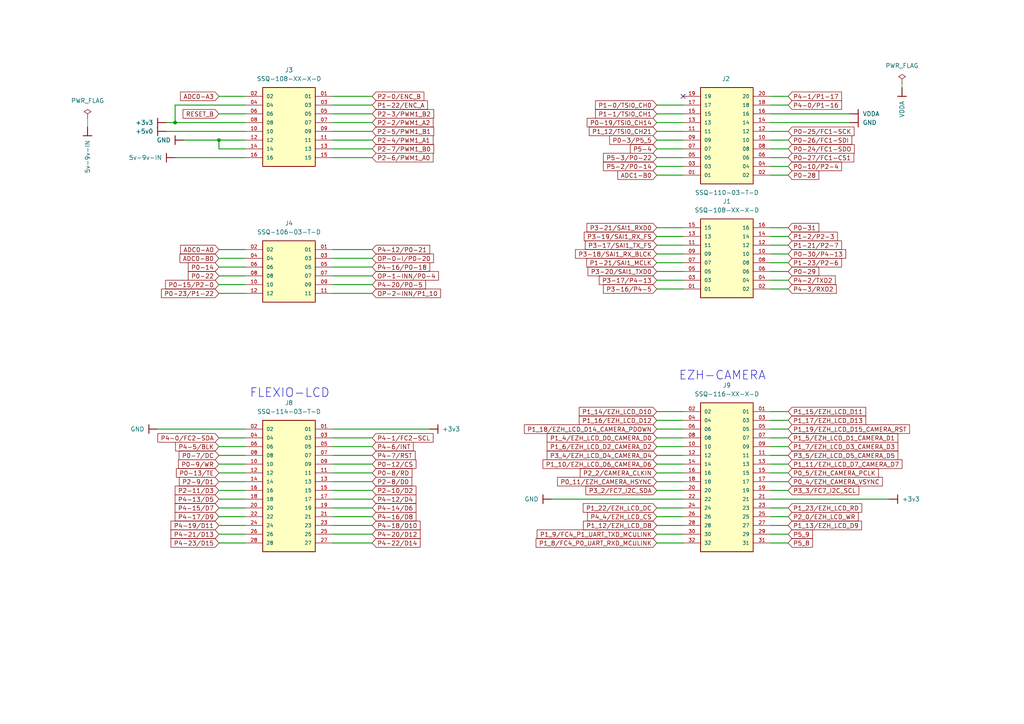
<source format=kicad_sch>
(kicad_sch (version 20231120) (generator "eeschema") (generator_version "8.0")
  (paper "A4")
  (lib_symbols
    (symbol "FRDM-MCXN947__Shield_Template-altium-import:+3v3" (power)
      (property "Reference" "#PWR" (at 0 0 0))
      (property "Value" "+3v3" (at 0 3.81 0))
      (symbol "+3v3_0_0"
        (polyline (pts (xy -1.27 -2.54) (xy 1.27 -2.54)) (stroke (width 0.254)))
        (polyline (pts (xy 0 0) (xy 0 -2.54)) (stroke (width 0.254)))
        (pin power_in line (at 0 0 0) (length 0) hide (name "+3v3") (number ""))
      )
    )
    (symbol "FRDM-MCXN947__Shield_Template-altium-import:+5v0" (power)
      (property "Reference" "#PWR" (at 0 0 0))
      (property "Value" "+5v0" (at 0 3.81 0))
      (symbol "+5v0_0_0"
        (polyline (pts (xy -1.27 -2.54) (xy 1.27 -2.54)) (stroke (width 0.254)))
        (polyline (pts (xy 0 0) (xy 0 -2.54)) (stroke (width 0.254)))
        (pin power_in line (at 0 0 0) (length 0) hide (name "+5v0") (number ""))
      )
    )
    (symbol "FRDM-MCXN947__Shield_Template-altium-import:5v-9v-IN" (power)
      (property "Reference" "#PWR" (at 0 0 0))
      (property "Value" "5v-9v-IN" (at 0 3.81 0))
      (symbol "5v-9v-IN_0_0"
        (polyline (pts (xy -1.27 -2.54) (xy 1.27 -2.54)) (stroke (width 0.254)))
        (polyline (pts (xy 0 0) (xy 0 -2.54)) (stroke (width 0.254)))
        (pin power_in line (at 0 0 0) (length 0) hide (name "5v-9v-IN") (number ""))
      )
    )
    (symbol "FRDM-MCXN947__Shield_Template-altium-import:GND" (power)
      (property "Reference" "#PWR" (at 0 0 0))
      (property "Value" "GND" (at 0 3.81 0))
      (symbol "GND_0_0"
        (polyline (pts (xy -1.27 -2.54) (xy 1.27 -2.54)) (stroke (width 0.254)))
        (polyline (pts (xy 0 0) (xy 0 -2.54)) (stroke (width 0.254)))
        (pin power_in line (at 0 0 0) (length 0) hide (name "GND") (number ""))
      )
    )
    (symbol "FRDM-MCXN947__Shield_Template-altium-import:VDDA" (power)
      (property "Reference" "#PWR" (at 0 0 0))
      (property "Value" "VDDA" (at 0 3.81 0))
      (symbol "VDDA_0_0"
        (polyline (pts (xy -1.27 -2.54) (xy 1.27 -2.54)) (stroke (width 0.254)))
        (polyline (pts (xy 0 0) (xy 0 -2.54)) (stroke (width 0.254)))
        (pin power_in line (at 0 0 0) (length 0) hide (name "VDDA") (number ""))
      )
    )
    (symbol "SSQ-xxx-03-T-D:SSQ-106-03-T-D" (pin_names (offset 1.016))
      (property "Reference" "J" (at -8.12 10.16 0))
      (property "Value" "SSQ-106-03-T-D" (at -7.62 -10.16 0))
      (symbol "SSQ-106-03-T-D_0_0"
        (rectangle (start -7.62 -7.62) (end 7.62 10.16) (stroke (width 0.254)) (fill (type background)))
        (pin passive line (at -12.7 7.62 0) (length 5.08) (name "01") (number "01"))
        (pin passive line (at 12.7 7.62 180) (length 5.08) (name "02") (number "02"))
        (pin passive line (at -12.7 5.08 0) (length 5.08) (name "03") (number "03"))
        (pin passive line (at 12.7 5.08 180) (length 5.08) (name "04") (number "04"))
        (pin passive line (at -12.7 2.54 0) (length 5.08) (name "05") (number "05"))
        (pin passive line (at 12.7 2.54 180) (length 5.08) (name "06") (number "06"))
        (pin passive line (at -12.7 0 0) (length 5.08) (name "07") (number "07"))
        (pin passive line (at 12.7 0 180) (length 5.08) (name "08") (number "08"))
        (pin passive line (at -12.7 -2.54 0) (length 5.08) (name "09") (number "09"))
        (pin passive line (at 12.7 -2.54 180) (length 5.08) (name "10") (number "10"))
        (pin passive line (at -12.7 -5.08 0) (length 5.08) (name "11") (number "11"))
        (pin passive line (at 12.7 -5.08 180) (length 5.08) (name "12") (number "12"))
      )
    )
    (symbol "SSQ-xxx-03-T-D:SSQ-108-XX-X-D" (pin_names (offset 1.016))
      (property "Reference" "J" (at -7.62 10.922 0))
      (property "Value" "SSQ-108-XX-X-D" (at -7.62 -13.462 0))
      (symbol "SSQ-108-XX-X-D_0_0"
        (rectangle (start -7.62 -12.7) (end 7.62 10.16) (stroke (width 0.254)) (fill (type background)))
        (pin passive line (at -12.7 7.62 0) (length 5.08) (name "01") (number "01"))
        (pin passive line (at 12.7 7.62 180) (length 5.08) (name "02") (number "02"))
        (pin passive line (at -12.7 5.08 0) (length 5.08) (name "03") (number "03"))
        (pin passive line (at 12.7 5.08 180) (length 5.08) (name "04") (number "04"))
        (pin passive line (at -12.7 2.54 0) (length 5.08) (name "05") (number "05"))
        (pin passive line (at 12.7 2.54 180) (length 5.08) (name "06") (number "06"))
        (pin passive line (at -12.7 0 0) (length 5.08) (name "07") (number "07"))
        (pin passive line (at 12.7 0 180) (length 5.08) (name "08") (number "08"))
        (pin passive line (at -12.7 -2.54 0) (length 5.08) (name "09") (number "09"))
        (pin passive line (at 12.7 -2.54 180) (length 5.08) (name "10") (number "10"))
        (pin passive line (at -12.7 -5.08 0) (length 5.08) (name "11") (number "11"))
        (pin passive line (at 12.7 -5.08 180) (length 5.08) (name "12") (number "12"))
        (pin passive line (at -12.7 -7.62 0) (length 5.08) (name "13") (number "13"))
        (pin passive line (at 12.7 -7.62 180) (length 5.08) (name "14") (number "14"))
        (pin passive line (at -12.7 -10.16 0) (length 5.08) (name "15") (number "15"))
        (pin passive line (at 12.7 -10.16 180) (length 5.08) (name "16") (number "16"))
      )
    )
    (symbol "SSQ-xxx-03-T-D:SSQ-110-03-T-D" (pin_names (offset 1.016))
      (property "Reference" "J" (at -8.12 15.24 0))
      (property "Value" "SSQ-110-03-T-D" (at -7.62 -15.24 0))
      (symbol "SSQ-110-03-T-D_0_0"
        (rectangle (start -7.62 -12.7) (end 7.62 15.24) (stroke (width 0.254)) (fill (type background)))
        (pin passive line (at -12.7 12.7 0) (length 5.08) (name "01") (number "01"))
        (pin passive line (at 12.7 12.7 180) (length 5.08) (name "02") (number "02"))
        (pin passive line (at -12.7 10.16 0) (length 5.08) (name "03") (number "03"))
        (pin passive line (at 12.7 10.16 180) (length 5.08) (name "04") (number "04"))
        (pin passive line (at -12.7 7.62 0) (length 5.08) (name "05") (number "05"))
        (pin passive line (at 12.7 7.62 180) (length 5.08) (name "06") (number "06"))
        (pin passive line (at -12.7 5.08 0) (length 5.08) (name "07") (number "07"))
        (pin passive line (at 12.7 5.08 180) (length 5.08) (name "08") (number "08"))
        (pin passive line (at -12.7 2.54 0) (length 5.08) (name "09") (number "09"))
        (pin passive line (at 12.7 2.54 180) (length 5.08) (name "10") (number "10"))
        (pin passive line (at -12.7 0 0) (length 5.08) (name "11") (number "11"))
        (pin passive line (at 12.7 0 180) (length 5.08) (name "12") (number "12"))
        (pin passive line (at -12.7 -2.54 0) (length 5.08) (name "13") (number "13"))
        (pin passive line (at 12.7 -2.54 180) (length 5.08) (name "14") (number "14"))
        (pin passive line (at -12.7 -5.08 0) (length 5.08) (name "15") (number "15"))
        (pin passive line (at 12.7 -5.08 180) (length 5.08) (name "16") (number "16"))
        (pin passive line (at -12.7 -7.62 0) (length 5.08) (name "17") (number "17"))
        (pin passive line (at 12.7 -7.62 180) (length 5.08) (name "18") (number "18"))
        (pin passive line (at -12.7 -10.16 0) (length 5.08) (name "19") (number "19"))
        (pin passive line (at 12.7 -10.16 180) (length 5.08) (name "20") (number "20"))
      )
    )
    (symbol "SSQ-xxx-03-T-D:SSQ-114-03-T-D" (pin_names (offset 1.016))
      (property "Reference" "J" (at -8.12 20.32 0))
      (property "Value" "SSQ-114-03-T-D" (at -7.62 -20.32 0))
      (symbol "SSQ-114-03-T-D_0_0"
        (rectangle (start -7.62 -17.78) (end 7.62 20.32) (stroke (width 0.254)) (fill (type background)))
        (pin passive line (at -12.7 17.78 0) (length 5.08) (name "01") (number "01"))
        (pin passive line (at 12.7 17.78 180) (length 5.08) (name "02") (number "02"))
        (pin passive line (at -12.7 15.24 0) (length 5.08) (name "03") (number "03"))
        (pin passive line (at 12.7 15.24 180) (length 5.08) (name "04") (number "04"))
        (pin passive line (at -12.7 12.7 0) (length 5.08) (name "05") (number "05"))
        (pin passive line (at 12.7 12.7 180) (length 5.08) (name "06") (number "06"))
        (pin passive line (at -12.7 10.16 0) (length 5.08) (name "07") (number "07"))
        (pin passive line (at 12.7 10.16 180) (length 5.08) (name "08") (number "08"))
        (pin passive line (at -12.7 7.62 0) (length 5.08) (name "09") (number "09"))
        (pin passive line (at 12.7 7.62 180) (length 5.08) (name "10") (number "10"))
        (pin passive line (at -12.7 5.08 0) (length 5.08) (name "11") (number "11"))
        (pin passive line (at 12.7 5.08 180) (length 5.08) (name "12") (number "12"))
        (pin passive line (at -12.7 2.54 0) (length 5.08) (name "13") (number "13"))
        (pin passive line (at 12.7 2.54 180) (length 5.08) (name "14") (number "14"))
        (pin passive line (at -12.7 0 0) (length 5.08) (name "15") (number "15"))
        (pin passive line (at 12.7 0 180) (length 5.08) (name "16") (number "16"))
        (pin passive line (at -12.7 -2.54 0) (length 5.08) (name "17") (number "17"))
        (pin passive line (at 12.7 -2.54 180) (length 5.08) (name "18") (number "18"))
        (pin passive line (at -12.7 -5.08 0) (length 5.08) (name "19") (number "19"))
        (pin passive line (at 12.7 -5.08 180) (length 5.08) (name "20") (number "20"))
        (pin passive line (at -12.7 -7.62 0) (length 5.08) (name "21") (number "21"))
        (pin passive line (at 12.7 -7.62 180) (length 5.08) (name "22") (number "22"))
        (pin passive line (at -12.7 -10.16 0) (length 5.08) (name "23") (number "23"))
        (pin passive line (at 12.7 -10.16 180) (length 5.08) (name "24") (number "24"))
        (pin passive line (at -12.7 -12.7 0) (length 5.08) (name "25") (number "25"))
        (pin passive line (at 12.7 -12.7 180) (length 5.08) (name "26") (number "26"))
        (pin passive line (at -12.7 -15.24 0) (length 5.08) (name "27") (number "27"))
        (pin passive line (at 12.7 -15.24 180) (length 5.08) (name "28") (number "28"))
      )
    )
    (symbol "SSQ-xxx-03-T-D:SSQ-116-XX-X-D" (pin_names (offset 1.016))
      (property "Reference" "J" (at -7.62 21.082 0))
      (property "Value" "SSQ-116-XX-X-D" (at -7.62 -23.622 0))
      (symbol "SSQ-116-XX-X-D_0_0"
        (rectangle (start -7.62 -22.86) (end 7.62 20.32) (stroke (width 0.254)) (fill (type background)))
        (pin passive line (at -12.7 17.78 0) (length 5.08) (name "01") (number "01"))
        (pin passive line (at 12.7 17.78 180) (length 5.08) (name "02") (number "02"))
        (pin passive line (at -12.7 15.24 0) (length 5.08) (name "03") (number "03"))
        (pin passive line (at 12.7 15.24 180) (length 5.08) (name "04") (number "04"))
        (pin passive line (at -12.7 12.7 0) (length 5.08) (name "05") (number "05"))
        (pin passive line (at 12.7 12.7 180) (length 5.08) (name "06") (number "06"))
        (pin passive line (at -12.7 10.16 0) (length 5.08) (name "07") (number "07"))
        (pin passive line (at 12.7 10.16 180) (length 5.08) (name "08") (number "08"))
        (pin passive line (at -12.7 7.62 0) (length 5.08) (name "09") (number "09"))
        (pin passive line (at 12.7 7.62 180) (length 5.08) (name "10") (number "10"))
        (pin passive line (at -12.7 5.08 0) (length 5.08) (name "11") (number "11"))
        (pin passive line (at 12.7 5.08 180) (length 5.08) (name "12") (number "12"))
        (pin passive line (at -12.7 2.54 0) (length 5.08) (name "13") (number "13"))
        (pin passive line (at 12.7 2.54 180) (length 5.08) (name "14") (number "14"))
        (pin passive line (at -12.7 0 0) (length 5.08) (name "15") (number "15"))
        (pin passive line (at 12.7 0 180) (length 5.08) (name "16") (number "16"))
        (pin passive line (at -12.7 -2.54 0) (length 5.08) (name "17") (number "17"))
        (pin passive line (at 12.7 -2.54 180) (length 5.08) (name "18") (number "18"))
        (pin passive line (at -12.7 -5.08 0) (length 5.08) (name "19") (number "19"))
        (pin passive line (at 12.7 -5.08 180) (length 5.08) (name "20") (number "20"))
        (pin passive line (at -12.7 -7.62 0) (length 5.08) (name "21") (number "21"))
        (pin passive line (at 12.7 -7.62 180) (length 5.08) (name "22") (number "22"))
        (pin passive line (at -12.7 -10.16 0) (length 5.08) (name "23") (number "23"))
        (pin passive line (at 12.7 -10.16 180) (length 5.08) (name "24") (number "24"))
        (pin passive line (at -12.7 -12.7 0) (length 5.08) (name "25") (number "25"))
        (pin passive line (at 12.7 -12.7 180) (length 5.08) (name "26") (number "26"))
        (pin passive line (at -12.7 -15.24 0) (length 5.08) (name "27") (number "27"))
        (pin passive line (at 12.7 -15.24 180) (length 5.08) (name "28") (number "28"))
        (pin passive line (at -12.7 -17.78 0) (length 5.08) (name "29") (number "29"))
        (pin passive line (at 12.7 -17.78 180) (length 5.08) (name "30") (number "30"))
        (pin passive line (at -12.7 -20.32 0) (length 5.08) (name "31") (number "31"))
        (pin passive line (at 12.7 -20.32 180) (length 5.08) (name "32") (number "32"))
      )
    )
    (symbol "power:PWR_FLAG" (power) (pin_numbers hide) (pin_names (offset 0) hide)
      (property "Value" "PWR_FLAG" (at 0 3.81 0))
      (symbol "PWR_FLAG_0_0"
        (pin power_out line (at 0 0 90) (length 0) (name "~") (number "1"))
      )
      (symbol "PWR_FLAG_0_1"
        (polyline (pts (xy 0 0) (xy 0 1.27) (xy -1.016 1.905) (xy 0 2.54) (xy 1.016 1.905) (xy 0 1.27)))
      )
    )
  )
  (junction (at 50.8 35.56))
  (junction (at 63.5 40.64))
  (no_connect (at 198.12 27.94))
  (wire (pts (xy 190.5 45.72) (xy 198.12 45.72)) (stroke (width 0.254)))
  (wire (pts (xy 223.52 33.02) (xy 246.38 33.02)) (stroke (width 0.254)))
  (wire (pts (xy 223.52 144.78) (xy 257.81 144.78)) (stroke (width 0.254)))
  (wire (pts (xy 190.5 157.48) (xy 198.12 157.48)) (stroke (width 0.254)))
  (wire (pts (xy 190.5 147.32) (xy 198.12 147.32)) (stroke (width 0.254)))
  (wire (pts (xy 71.12 33.02) (xy 63.5 33.02)) (stroke (width 0.254)))
  (wire (pts (xy 63.5 147.32) (xy 71.12 147.32)) (stroke (width 0.254)))
  (wire (pts (xy 71.12 74.93) (xy 63.5 74.93)) (stroke (width 0.254)))
  (wire (pts (xy 223.52 129.54) (xy 228.6 129.54)) (stroke (width 0.254)))
  (wire (pts (xy 190.5 121.92) (xy 198.12 121.92)) (stroke (width 0.254)))
  (wire (pts (xy 71.12 124.46) (xy 45.72 124.46)) (stroke (width 0.254)))
  (wire (pts (xy 223.52 147.32) (xy 228.6 147.32)) (stroke (width 0.254)))
  (wire (pts (xy 71.12 35.56) (xy 50.8 35.56)) (stroke (width 0.254)))
  (wire (pts (xy 96.52 30.48) (xy 107.95 30.48)) (stroke (width 0.254)))
  (wire (pts (xy 63.5 134.62) (xy 71.12 134.62)) (stroke (width 0.254)))
  (wire (pts (xy 190.5 81.28) (xy 198.12 81.28)) (stroke (width 0.254)))
  (wire (pts (xy 96.52 124.46) (xy 124.46 124.46)) (stroke (width 0.254)))
  (wire (pts (xy 96.52 85.09) (xy 107.95 85.09)) (stroke (width 0.254)))
  (wire (pts (xy 223.52 48.26) (xy 228.6 48.26)) (stroke (width 0.254)))
  (wire (pts (xy 190.5 48.26) (xy 198.12 48.26)) (stroke (width 0.254)))
  (wire (pts (xy 96.52 129.54) (xy 107.95 129.54)) (stroke (width 0.254)))
  (wire (pts (xy 96.52 40.64) (xy 107.95 40.64)) (stroke (width 0.254)))
  (wire (pts (xy 190.5 76.2) (xy 198.12 76.2)) (stroke (width 0.254)))
  (wire (pts (xy 96.52 132.08) (xy 107.95 132.08)) (stroke (width 0.254)))
  (wire (pts (xy 96.52 38.1) (xy 107.95 38.1)) (stroke (width 0.254)))
  (wire (pts (xy 190.5 134.62) (xy 198.12 134.62)) (stroke (width 0.254)))
  (wire (pts (xy 71.12 80.01) (xy 63.5 80.01)) (stroke (width 0.254)))
  (wire (pts (xy 223.52 124.46) (xy 228.6 124.46)) (stroke (width 0.254)))
  (wire (pts (xy 96.52 142.24) (xy 107.95 142.24)) (stroke (width 0.254)))
  (wire (pts (xy 190.5 142.24) (xy 198.12 142.24)) (stroke (width 0.254)))
  (wire (pts (xy 71.12 72.39) (xy 63.5 72.39)) (stroke (width 0.254)))
  (wire (pts (xy 96.52 43.18) (xy 107.95 43.18)) (stroke (width 0.254)))
  (wire (pts (xy 63.5 40.64) (xy 53.34 40.64)) (stroke (width 0.254)))
  (wire (pts (xy 223.52 38.1) (xy 228.6 38.1)) (stroke (width 0.254)))
  (wire (pts (xy 71.12 30.48) (xy 50.8 30.48)) (stroke (width 0.254)))
  (wire (pts (xy 96.52 137.16) (xy 107.95 137.16)) (stroke (width 0.254)))
  (wire (pts (xy 71.12 85.09) (xy 63.5 85.09)) (stroke (width 0.254)))
  (wire (pts (xy 223.52 142.24) (xy 228.6 142.24)) (stroke (width 0.254)))
  (wire (pts (xy 190.5 124.46) (xy 198.12 124.46)) (stroke (width 0.254)))
  (wire (pts (xy 223.52 127) (xy 228.6 127)) (stroke (width 0.254)))
  (wire (pts (xy 223.52 68.58) (xy 228.6 68.58)) (stroke (width 0.254)))
  (wire (pts (xy 190.5 33.02) (xy 198.12 33.02)) (stroke (width 0.254)))
  (wire (pts (xy 223.52 149.86) (xy 228.6 149.86)) (stroke (width 0.254)))
  (wire (pts (xy 96.52 35.56) (xy 107.95 35.56)) (stroke (width 0.254)))
  (wire (pts (xy 160.02 144.78) (xy 198.12 144.78)) (stroke (width 0.254)))
  (wire (pts (xy 223.52 134.62) (xy 228.6 134.62)) (stroke (width 0.254)))
  (wire (pts (xy 261.62 24.13) (xy 261.62 25.4)))
  (wire (pts (xy 63.5 149.86) (xy 71.12 149.86)) (stroke (width 0.254)))
  (wire (pts (xy 223.52 78.74) (xy 228.6 78.74)) (stroke (width 0.254)))
  (wire (pts (xy 96.52 74.93) (xy 107.95 74.93)) (stroke (width 0.254)))
  (wire (pts (xy 223.52 132.08) (xy 228.6 132.08)) (stroke (width 0.254)))
  (wire (pts (xy 223.52 43.18) (xy 228.6 43.18)) (stroke (width 0.254)))
  (wire (pts (xy 223.52 76.2) (xy 228.6 76.2)) (stroke (width 0.254)))
  (wire (pts (xy 63.5 132.08) (xy 71.12 132.08)) (stroke (width 0.254)))
  (wire (pts (xy 71.12 77.47) (xy 63.5 77.47)) (stroke (width 0.254)))
  (wire (pts (xy 190.5 38.1) (xy 198.12 38.1)) (stroke (width 0.254)))
  (wire (pts (xy 63.5 129.54) (xy 71.12 129.54)) (stroke (width 0.254)))
  (wire (pts (xy 190.5 68.58) (xy 198.12 68.58)) (stroke (width 0.254)))
  (wire (pts (xy 190.5 149.86) (xy 198.12 149.86)) (stroke (width 0.254)))
  (wire (pts (xy 71.12 40.64) (xy 63.5 40.64)) (stroke (width 0.254)))
  (wire (pts (xy 223.52 121.92) (xy 228.6 121.92)) (stroke (width 0.254)))
  (wire (pts (xy 63.5 142.24) (xy 71.12 142.24)) (stroke (width 0.254)))
  (wire (pts (xy 190.5 132.08) (xy 198.12 132.08)) (stroke (width 0.254)))
  (wire (pts (xy 63.5 139.7) (xy 71.12 139.7)) (stroke (width 0.254)))
  (wire (pts (xy 223.52 73.66) (xy 228.6 73.66)) (stroke (width 0.254)))
  (wire (pts (xy 223.52 154.94) (xy 228.6 154.94)) (stroke (width 0.254)))
  (wire (pts (xy 63.5 157.48) (xy 71.12 157.48)) (stroke (width 0.254)))
  (wire (pts (xy 96.52 45.72) (xy 107.95 45.72)) (stroke (width 0.254)))
  (wire (pts (xy 223.52 66.04) (xy 228.6 66.04)) (stroke (width 0.254)))
  (wire (pts (xy 63.5 127) (xy 71.12 127)) (stroke (width 0.254)))
  (wire (pts (xy 63.5 43.18) (xy 63.5 40.64)) (stroke (width 0.254)))
  (wire (pts (xy 223.52 30.48) (xy 228.6 30.48)) (stroke (width 0.254)))
  (wire (pts (xy 223.52 40.64) (xy 228.6 40.64)) (stroke (width 0.254)))
  (wire (pts (xy 96.52 154.94) (xy 107.95 154.94)) (stroke (width 0.254)))
  (wire (pts (xy 223.52 139.7) (xy 228.6 139.7)) (stroke (width 0.254)))
  (wire (pts (xy 190.5 66.04) (xy 198.12 66.04)) (stroke (width 0.254)))
  (wire (pts (xy 223.52 83.82) (xy 228.6 83.82)) (stroke (width 0.254)))
  (wire (pts (xy 96.52 152.4) (xy 107.95 152.4)) (stroke (width 0.254)))
  (wire (pts (xy 63.5 144.78) (xy 71.12 144.78)) (stroke (width 0.254)))
  (wire (pts (xy 223.52 35.56) (xy 246.38 35.56)) (stroke (width 0.254)))
  (wire (pts (xy 71.12 27.94) (xy 63.5 27.94)) (stroke (width 0.254)))
  (wire (pts (xy 190.5 83.82) (xy 198.12 83.82)) (stroke (width 0.254)))
  (wire (pts (xy 190.5 139.7) (xy 198.12 139.7)) (stroke (width 0.254)))
  (wire (pts (xy 223.52 45.72) (xy 228.6 45.72)) (stroke (width 0.254)))
  (wire (pts (xy 190.5 71.12) (xy 198.12 71.12)) (stroke (width 0.254)))
  (wire (pts (xy 223.52 50.8) (xy 228.6 50.8)) (stroke (width 0.254)))
  (wire (pts (xy 96.52 77.47) (xy 107.95 77.47)) (stroke (width 0.254)))
  (wire (pts (xy 190.5 50.8) (xy 198.12 50.8)) (stroke (width 0.254)))
  (wire (pts (xy 96.52 27.94) (xy 107.95 27.94)) (stroke (width 0.254)))
  (wire (pts (xy 190.5 137.16) (xy 198.12 137.16)) (stroke (width 0.254)))
  (wire (pts (xy 223.52 152.4) (xy 228.6 152.4)) (stroke (width 0.254)))
  (wire (pts (xy 223.52 81.28) (xy 228.6 81.28)) (stroke (width 0.254)))
  (wire (pts (xy 50.8 30.48) (xy 50.8 35.56)) (stroke (width 0.254)))
  (wire (pts (xy 190.5 154.94) (xy 198.12 154.94)) (stroke (width 0.254)))
  (wire (pts (xy 71.12 43.18) (xy 63.5 43.18)) (stroke (width 0.254)))
  (wire (pts (xy 48.26 38.1) (xy 71.12 38.1)) (stroke (width 0.254)))
  (wire (pts (xy 190.5 43.18) (xy 198.12 43.18)) (stroke (width 0.254)))
  (wire (pts (xy 96.52 139.7) (xy 107.95 139.7)) (stroke (width 0.254)))
  (wire (pts (xy 25.4 34.29) (xy 25.4 36.83)))
  (wire (pts (xy 190.5 40.64) (xy 198.12 40.64)) (stroke (width 0.254)))
  (wire (pts (xy 190.5 127) (xy 198.12 127)) (stroke (width 0.254)))
  (wire (pts (xy 223.52 157.48) (xy 228.6 157.48)) (stroke (width 0.254)))
  (wire (pts (xy 96.52 149.86) (xy 107.95 149.86)) (stroke (width 0.254)))
  (wire (pts (xy 50.8 35.56) (xy 48.26 35.56)) (stroke (width 0.254)))
  (wire (pts (xy 96.52 33.02) (xy 107.95 33.02)) (stroke (width 0.254)))
  (wire (pts (xy 63.5 152.4) (xy 71.12 152.4)) (stroke (width 0.254)))
  (wire (pts (xy 190.5 30.48) (xy 198.12 30.48)) (stroke (width 0.254)))
  (wire (pts (xy 71.12 82.55) (xy 63.5 82.55)) (stroke (width 0.254)))
  (wire (pts (xy 96.52 72.39) (xy 107.95 72.39)) (stroke (width 0.254)))
  (wire (pts (xy 96.52 157.48) (xy 107.95 157.48)) (stroke (width 0.254)))
  (wire (pts (xy 190.5 119.38) (xy 198.12 119.38)) (stroke (width 0.254)))
  (wire (pts (xy 223.52 137.16) (xy 228.6 137.16)) (stroke (width 0.254)))
  (wire (pts (xy 96.52 82.55) (xy 107.95 82.55)) (stroke (width 0.254)))
  (wire (pts (xy 71.12 45.72) (xy 50.8 45.72)) (stroke (width 0.254)))
  (wire (pts (xy 223.52 71.12) (xy 228.6 71.12)) (stroke (width 0.254)))
  (wire (pts (xy 63.5 154.94) (xy 71.12 154.94)) (stroke (width 0.254)))
  (wire (pts (xy 96.52 147.32) (xy 107.95 147.32)) (stroke (width 0.254)))
  (wire (pts (xy 96.52 144.78) (xy 107.95 144.78)) (stroke (width 0.254)))
  (wire (pts (xy 223.52 27.94) (xy 228.6 27.94)) (stroke (width 0.254)))
  (wire (pts (xy 96.52 134.62) (xy 107.95 134.62)) (stroke (width 0.254)))
  (wire (pts (xy 96.52 80.01) (xy 107.95 80.01)) (stroke (width 0.254)))
  (wire (pts (xy 223.52 119.38) (xy 228.6 119.38)) (stroke (width 0.254)))
  (wire (pts (xy 190.5 73.66) (xy 198.12 73.66)) (stroke (width 0.254)))
  (wire (pts (xy 63.5 137.16) (xy 71.12 137.16)) (stroke (width 0.254)))
  (wire (pts (xy 190.5 129.54) (xy 198.12 129.54)) (stroke (width 0.254)))
  (wire (pts (xy 190.5 78.74) (xy 198.12 78.74)) (stroke (width 0.254)))
  (wire (pts (xy 96.52 127) (xy 107.95 127)) (stroke (width 0.254)))
  (wire (pts (xy 190.5 35.56) (xy 198.12 35.56)) (stroke (width 0.254)))
  (wire (pts (xy 190.5 152.4) (xy 198.12 152.4)) (stroke (width 0.254)))
  (text "FLEXIO-LCD" (at 72.39 115.57 0) (effects (font (size 2.54 2.54)) (justify left bottom)))
  (text "EZH-CAMERA" (at 196.85 110.49 0) (effects (font (size 2.54 2.54)) (justify left bottom)))
  (global_label "P4-14{slash}D6" (shape input) (at 107.95 147.32 0) (property "Intersheetrefs" "${INTERSHEET_REFS}" (effects (hide yes))))
  (global_label "P4-23{slash}D15" (shape input) (at 63.5 157.48 180) (property "Intersheetrefs" "${INTERSHEET_REFS}" (effects (hide yes))))
  (global_label "P2_2{slash}CAMERA_CLKIN" (shape input) (at 190.5 137.16 180) (property "Intersheetrefs" "${INTERSHEET_REFS}" (effects (hide yes))))
  (global_label "P0-3{slash}P5_5" (shape input) (at 190.5 40.64 180) (property "Intersheetrefs" "${INTERSHEET_REFS}" (effects (hide yes))))
  (global_label "P0-24{slash}FC1-SDO" (shape input) (at 228.6 43.18 0) (property "Intersheetrefs" "${INTERSHEET_REFS}" (effects (hide yes))))
  (global_label "P1_5{slash}EZH_LCD_D1_CAMERA_D1" (shape input) (at 228.6 127 0) (property "Intersheetrefs" "${INTERSHEET_REFS}" (effects (hide yes))))
  (global_label "P4-5{slash}BLK" (shape input) (at 63.5 129.54 180) (property "Intersheetrefs" "${INTERSHEET_REFS}" (effects (hide yes))))
  (global_label "P0-25{slash}FC1-SCK" (shape input) (at 228.6 38.1 0) (property "Intersheetrefs" "${INTERSHEET_REFS}" (effects (hide yes))))
  (global_label "P0-30{slash}P4-13" (shape input) (at 228.6 73.66 0) (property "Intersheetrefs" "${INTERSHEET_REFS}" (effects (hide yes))))
  (global_label "P1_8{slash}FC4_P0_UART_RXD_MCULINK" (shape input) (at 190.5 157.48 180) (property "Intersheetrefs" "${INTERSHEET_REFS}" (effects (hide yes))))
  (global_label "P1_17{slash}EZH_LCD_D13" (shape input) (at 228.6 121.92 0) (property "Intersheetrefs" "${INTERSHEET_REFS}" (effects (hide yes))))
  (global_label "P4_4{slash}EZH_LCD_CS" (shape input) (at 190.5 149.86 180) (property "Intersheetrefs" "${INTERSHEET_REFS}" (effects (hide yes))))
  (global_label "P0_11{slash}EZH_CAMERA_HSYNC" (shape input) (at 190.5 139.7 180) (property "Intersheetrefs" "${INTERSHEET_REFS}" (effects (hide yes))))
  (global_label "P2-10{slash}D2" (shape input) (at 107.95 142.24 0) (property "Intersheetrefs" "${INTERSHEET_REFS}" (effects (hide yes))))
  (global_label "P4-12{slash}P0-21" (shape input) (at 107.95 72.39 0) (property "Intersheetrefs" "${INTERSHEET_REFS}" (effects (hide yes))))
  (global_label "P4-22{slash}D14" (shape input) (at 107.95 157.48 0) (property "Intersheetrefs" "${INTERSHEET_REFS}" (effects (hide yes))))
  (global_label "P4-19{slash}D11" (shape input) (at 63.5 152.4 180) (property "Intersheetrefs" "${INTERSHEET_REFS}" (effects (hide yes))))
  (global_label "P0-12{slash}CS" (shape input) (at 107.95 134.62 0) (property "Intersheetrefs" "${INTERSHEET_REFS}" (effects (hide yes))))
  (global_label "P2-7{slash}PWM1_B0" (shape input) (at 107.95 43.18 0) (property "Intersheetrefs" "${INTERSHEET_REFS}" (effects (hide yes))))
  (global_label "P1_9{slash}FC4_P1_UART_TXD_MCULINK" (shape input) (at 190.5 154.94 180) (property "Intersheetrefs" "${INTERSHEET_REFS}" (effects (hide yes))))
  (global_label "P2-0{slash}ENC_B" (shape input) (at 107.95 27.94 0) (property "Intersheetrefs" "${INTERSHEET_REFS}" (effects (hide yes))))
  (global_label "P1_23{slash}EZH_LCD_RD" (shape input) (at 228.6 147.32 0) (property "Intersheetrefs" "${INTERSHEET_REFS}" (effects (hide yes))))
  (global_label "P1_6{slash}EZH_LCD_D2_CAMERA_D2" (shape input) (at 190.5 129.54 180) (property "Intersheetrefs" "${INTERSHEET_REFS}" (effects (hide yes))))
  (global_label "P3-16{slash}P4-5" (shape input) (at 190.5 83.82 180) (property "Intersheetrefs" "${INTERSHEET_REFS}" (effects (hide yes))))
  (global_label "P1_16{slash}EZH_LCD_D12" (shape input) (at 190.5 121.92 180) (property "Intersheetrefs" "${INTERSHEET_REFS}" (effects (hide yes))))
  (global_label "P3-21{slash}SAI1_RXD0" (shape input) (at 190.5 66.04 180) (property "Intersheetrefs" "${INTERSHEET_REFS}" (effects (hide yes))))
  (global_label "P0-15{slash}P2-0" (shape input) (at 63.5 82.55 180) (property "Intersheetrefs" "${INTERSHEET_REFS}" (effects (hide yes))))
  (global_label "P2_0{slash}EZH_LCD_WR" (shape input) (at 228.6 149.86 0) (property "Intersheetrefs" "${INTERSHEET_REFS}" (effects (hide yes))))
  (global_label "P2-3{slash}PWM1_B2" (shape input) (at 107.95 33.02 0) (property "Intersheetrefs" "${INTERSHEET_REFS}" (effects (hide yes))))
  (global_label "ADC0-A3" (shape input) (at 63.5 27.94 180) (property "Intersheetrefs" "${INTERSHEET_REFS}" (effects (hide yes))))
  (global_label "P3-17{slash}SAI1_TX_FS" (shape input) (at 190.5 71.12 180) (property "Intersheetrefs" "${INTERSHEET_REFS}" (effects (hide yes))))
  (global_label "P3-18{slash}SAI1_RX_BLCK" (shape input) (at 190.5 73.66 180) (property "Intersheetrefs" "${INTERSHEET_REFS}" (effects (hide yes))))
  (global_label "P0-7{slash}DC" (shape input) (at 63.5 132.08 180) (property "Intersheetrefs" "${INTERSHEET_REFS}" (effects (hide yes))))
  (global_label "P0-13{slash}TE" (shape input) (at 63.5 137.16 180) (property "Intersheetrefs" "${INTERSHEET_REFS}" (effects (hide yes))))
  (global_label "P3-17{slash}P4-13" (shape input) (at 190.5 81.28 180) (property "Intersheetrefs" "${INTERSHEET_REFS}" (effects (hide yes))))
  (global_label "P4-1{slash}P1-17" (shape input) (at 228.6 27.94 0) (property "Intersheetrefs" "${INTERSHEET_REFS}" (effects (hide yes))))
  (global_label "P4-0{slash}P1-16" (shape input) (at 228.6 30.48 0) (property "Intersheetrefs" "${INTERSHEET_REFS}" (effects (hide yes))))
  (global_label "RESET_B" (shape input) (at 63.5 33.02 180) (property "Intersheetrefs" "${INTERSHEET_REFS}" (effects (hide yes))))
  (global_label "P1-21{slash}P2-7" (shape input) (at 228.6 71.12 0) (property "Intersheetrefs" "${INTERSHEET_REFS}" (effects (hide yes))))
  (global_label "ADC1-B0" (shape input) (at 190.5 50.8 180) (property "Intersheetrefs" "${INTERSHEET_REFS}" (effects (hide yes))))
  (global_label "P0-28" (shape input) (at 228.6 50.8 0) (property "Intersheetrefs" "${INTERSHEET_REFS}" (effects (hide yes))))
  (global_label "ADC0-A0" (shape input) (at 63.5 72.39 180) (property "Intersheetrefs" "${INTERSHEET_REFS}" (effects (hide yes))))
  (global_label "P1_12{slash}TSI0_CH21" (shape input) (at 190.5 38.1 180) (property "Intersheetrefs" "${INTERSHEET_REFS}" (effects (hide yes))))
  (global_label "P5_9" (shape input) (at 228.6 154.94 0) (property "Intersheetrefs" "${INTERSHEET_REFS}" (effects (hide yes))))
  (global_label "P2-11{slash}D3" (shape input) (at 63.5 142.24 180) (property "Intersheetrefs" "${INTERSHEET_REFS}" (effects (hide yes))))
  (global_label "P1_10{slash}EZH_LCD_D6_CAMERA_D6" (shape input) (at 190.5 134.62 180) (property "Intersheetrefs" "${INTERSHEET_REFS}" (effects (hide yes))))
  (global_label "P4-1{slash}FC2-SCL" (shape input) (at 107.95 127 0) (property "Intersheetrefs" "${INTERSHEET_REFS}" (effects (hide yes))))
  (global_label "P0-22" (shape input) (at 63.5 80.01 180) (property "Intersheetrefs" "${INTERSHEET_REFS}" (effects (hide yes))))
  (global_label "P1-22{slash}ENC_A" (shape input) (at 107.95 30.48 0) (property "Intersheetrefs" "${INTERSHEET_REFS}" (effects (hide yes))))
  (global_label "P0-14" (shape input) (at 63.5 77.47 180) (property "Intersheetrefs" "${INTERSHEET_REFS}" (effects (hide yes))))
  (global_label "P1_19{slash}EZH_LCD_D15_CAMERA_RST" (shape input) (at 228.6 124.46 0) (property "Intersheetrefs" "${INTERSHEET_REFS}" (effects (hide yes))))
  (global_label "P4-16{slash}D8" (shape input) (at 107.95 149.86 0) (property "Intersheetrefs" "${INTERSHEET_REFS}" (effects (hide yes))))
  (global_label "P3_4{slash}EZH_LCD_D4_CAMERA_D4" (shape input) (at 190.5 132.08 180) (property "Intersheetrefs" "${INTERSHEET_REFS}" (effects (hide yes))))
  (global_label "P5-4" (shape input) (at 190.5 43.18 180) (property "Intersheetrefs" "${INTERSHEET_REFS}" (effects (hide yes))))
  (global_label "P1_12{slash}EZH_LCD_D8" (shape input) (at 190.5 152.4 180) (property "Intersheetrefs" "${INTERSHEET_REFS}" (effects (hide yes))))
  (global_label "P3_5{slash}EZH_LCD_D5_CAMERA_D5" (shape input) (at 228.6 132.08 0) (property "Intersheetrefs" "${INTERSHEET_REFS}" (effects (hide yes))))
  (global_label "P4-6{slash}INT" (shape input) (at 107.95 129.54 0) (property "Intersheetrefs" "${INTERSHEET_REFS}" (effects (hide yes))))
  (global_label "P0-31" (shape input) (at 228.6 66.04 0) (property "Intersheetrefs" "${INTERSHEET_REFS}" (effects (hide yes))))
  (global_label "P4-0{slash}FC2-SDA" (shape input) (at 63.5 127 180) (property "Intersheetrefs" "${INTERSHEET_REFS}" (effects (hide yes))))
  (global_label "P0_4{slash}EZH_CAMERA_VSYNC" (shape input) (at 228.6 139.7 0) (property "Intersheetrefs" "${INTERSHEET_REFS}" (effects (hide yes))))
  (global_label "P2-4{slash}PWM1_A1" (shape input) (at 107.95 40.64 0) (property "Intersheetrefs" "${INTERSHEET_REFS}" (effects (hide yes))))
  (global_label "P4-20{slash}P0-5" (shape input) (at 107.95 82.55 0) (property "Intersheetrefs" "${INTERSHEET_REFS}" (effects (hide yes))))
  (global_label "P2-9{slash}D1" (shape input) (at 63.5 139.7 180) (property "Intersheetrefs" "${INTERSHEET_REFS}" (effects (hide yes))))
  (global_label "P5-2{slash}P0-14" (shape input) (at 190.5 48.26 180) (property "Intersheetrefs" "${INTERSHEET_REFS}" (effects (hide yes))))
  (global_label "P0-8{slash}RD" (shape input) (at 107.95 137.16 0) (property "Intersheetrefs" "${INTERSHEET_REFS}" (effects (hide yes))))
  (global_label "P1_13{slash}EZH_LCD_D9" (shape input) (at 228.6 152.4 0) (property "Intersheetrefs" "${INTERSHEET_REFS}" (effects (hide yes))))
  (global_label "P2-8{slash}D0" (shape input) (at 107.95 139.7 0) (property "Intersheetrefs" "${INTERSHEET_REFS}" (effects (hide yes))))
  (global_label "ADC0-B0" (shape input) (at 63.5 74.93 180) (property "Intersheetrefs" "${INTERSHEET_REFS}" (effects (hide yes))))
  (global_label "P4-18{slash}D10" (shape input) (at 107.95 152.4 0) (property "Intersheetrefs" "${INTERSHEET_REFS}" (effects (hide yes))))
  (global_label "P0-9{slash}WR" (shape input) (at 63.5 134.62 180) (property "Intersheetrefs" "${INTERSHEET_REFS}" (effects (hide yes))))
  (global_label "P4-2{slash}TXD2" (shape input) (at 228.6 81.28 0) (property "Intersheetrefs" "${INTERSHEET_REFS}" (effects (hide yes))))
  (global_label "P0_5{slash}EZH_CAMERA_PCLK" (shape input) (at 228.6 137.16 0) (property "Intersheetrefs" "${INTERSHEET_REFS}" (effects (hide yes))))
  (global_label "P3-19{slash}SAI1_RX_FS" (shape input) (at 190.5 68.58 180) (property "Intersheetrefs" "${INTERSHEET_REFS}" (effects (hide yes))))
  (global_label "P1_15{slash}EZH_LCD_D11" (shape input) (at 228.6 119.38 0) (property "Intersheetrefs" "${INTERSHEET_REFS}" (effects (hide yes))))
  (global_label "P3_3{slash}FC7_I2C_SCL" (shape input) (at 228.6 142.24 0) (property "Intersheetrefs" "${INTERSHEET_REFS}" (effects (hide yes))))
  (global_label "P4-16{slash}P0-18" (shape input) (at 107.95 77.47 0) (property "Intersheetrefs" "${INTERSHEET_REFS}" (effects (hide yes))))
  (global_label "P1-21{slash}SAI1_MCLK" (shape input) (at 190.5 76.2 180) (property "Intersheetrefs" "${INTERSHEET_REFS}" (effects (hide yes))))
  (global_label "P5-3{slash}P0-22" (shape input) (at 190.5 45.72 180) (property "Intersheetrefs" "${INTERSHEET_REFS}" (effects (hide yes))))
  (global_label "P0-19{slash}TSI0_CH14" (shape input) (at 190.5 35.56 180) (property "Intersheetrefs" "${INTERSHEET_REFS}" (effects (hide yes))))
  (global_label "P5_8" (shape input) (at 228.6 157.48 0) (property "Intersheetrefs" "${INTERSHEET_REFS}" (effects (hide yes))))
  (global_label "P4-12{slash}D4" (shape input) (at 107.95 144.78 0) (property "Intersheetrefs" "${INTERSHEET_REFS}" (effects (hide yes))))
  (global_label "P1_22{slash}EZH_LCD_DC" (shape input) (at 190.5 147.32 180) (property "Intersheetrefs" "${INTERSHEET_REFS}" (effects (hide yes))))
  (global_label "P2-5{slash}PWM1_B1" (shape input) (at 107.95 38.1 0) (property "Intersheetrefs" "${INTERSHEET_REFS}" (effects (hide yes))))
  (global_label "P3-20{slash}SAI1_TXD0" (shape input) (at 190.5 78.74 180) (property "Intersheetrefs" "${INTERSHEET_REFS}" (effects (hide yes))))
  (global_label "P4-13{slash}D5" (shape input) (at 63.5 144.78 180) (property "Intersheetrefs" "${INTERSHEET_REFS}" (effects (hide yes))))
  (global_label "P1-23{slash}P2-6" (shape input) (at 228.6 76.2 0) (property "Intersheetrefs" "${INTERSHEET_REFS}" (effects (hide yes))))
  (global_label "P4-3{slash}RXD2" (shape input) (at 228.6 83.82 0) (property "Intersheetrefs" "${INTERSHEET_REFS}" (effects (hide yes))))
  (global_label "P4-21{slash}D13" (shape input) (at 63.5 154.94 180) (property "Intersheetrefs" "${INTERSHEET_REFS}" (effects (hide yes))))
  (global_label "P1_11{slash}EZH_LCD_D7_CAMERA_D7" (shape input) (at 228.6 134.62 0) (property "Intersheetrefs" "${INTERSHEET_REFS}" (effects (hide yes))))
  (global_label "P1_4{slash}EZH_LCD_D0_CAMERA_D0" (shape input) (at 190.5 127 180) (property "Intersheetrefs" "${INTERSHEET_REFS}" (effects (hide yes))))
  (global_label "P0-27{slash}FC1-CS1" (shape input) (at 228.6 45.72 0) (property "Intersheetrefs" "${INTERSHEET_REFS}" (effects (hide yes))))
  (global_label "P1-0{slash}TSI0_CH0" (shape input) (at 190.5 30.48 180) (property "Intersheetrefs" "${INTERSHEET_REFS}" (effects (hide yes))))
  (global_label "P1-2{slash}P2-3" (shape input) (at 228.6 68.58 0) (property "Intersheetrefs" "${INTERSHEET_REFS}" (effects (hide yes))))
  (global_label "OP-0-I{slash}P0-20" (shape input) (at 107.95 74.93 0) (property "Intersheetrefs" "${INTERSHEET_REFS}" (effects (hide yes))))
  (global_label "OP-1-INN{slash}P0-4" (shape input) (at 107.95 80.01 0) (property "Intersheetrefs" "${INTERSHEET_REFS}" (effects (hide yes))))
  (global_label "P1_18{slash}EZH_LCD_D14_CAMERA_PDOWN" (shape input) (at 190.5 124.46 180) (property "Intersheetrefs" "${INTERSHEET_REFS}" (effects (hide yes))))
  (global_label "P2-6{slash}PWM1_A0" (shape input) (at 107.95 45.72 0) (property "Intersheetrefs" "${INTERSHEET_REFS}" (effects (hide yes))))
  (global_label "P2-2{slash}PWM1_A2" (shape input) (at 107.95 35.56 0) (property "Intersheetrefs" "${INTERSHEET_REFS}" (effects (hide yes))))
  (global_label "P4-7{slash}RST" (shape input) (at 107.95 132.08 0) (property "Intersheetrefs" "${INTERSHEET_REFS}" (effects (hide yes))))
  (global_label "P0-23{slash}P1-22" (shape input) (at 63.5 85.09 180) (property "Intersheetrefs" "${INTERSHEET_REFS}" (effects (hide yes))))
  (global_label "P1-1{slash}TSI0_CH1" (shape input) (at 190.5 33.02 180) (property "Intersheetrefs" "${INTERSHEET_REFS}" (effects (hide yes))))
  (global_label "P3_2{slash}FC7_I2C_SDA" (shape input) (at 190.5 142.24 180) (property "Intersheetrefs" "${INTERSHEET_REFS}" (effects (hide yes))))
  (global_label "P1_7{slash}EZH_LCD_D3_CAMERA_D3" (shape input) (at 228.6 129.54 0) (property "Intersheetrefs" "${INTERSHEET_REFS}" (effects (hide yes))))
  (global_label "P0-10{slash}P2-4" (shape input) (at 228.6 48.26 0) (property "Intersheetrefs" "${INTERSHEET_REFS}" (effects (hide yes))))
  (global_label "P4-15{slash}D7" (shape input) (at 63.5 147.32 180) (property "Intersheetrefs" "${INTERSHEET_REFS}" (effects (hide yes))))
  (global_label "P0-26{slash}FC1-SDI" (shape input) (at 228.6 40.64 0) (property "Intersheetrefs" "${INTERSHEET_REFS}" (effects (hide yes))))
  (global_label "P4-20{slash}D12" (shape input) (at 107.95 154.94 0) (property "Intersheetrefs" "${INTERSHEET_REFS}" (effects (hide yes))))
  (global_label "OP-2-INN{slash}P1_10" (shape input) (at 107.95 85.09 0) (property "Intersheetrefs" "${INTERSHEET_REFS}" (effects (hide yes))))
  (global_label "P1_14{slash}EZH_LCD_D10" (shape input) (at 190.5 119.38 180) (property "Intersheetrefs" "${INTERSHEET_REFS}" (effects (hide yes))))
  (global_label "P4-17{slash}D9" (shape input) (at 63.5 149.86 180) (property "Intersheetrefs" "${INTERSHEET_REFS}" (effects (hide yes))))
  (global_label "P0-29" (shape input) (at 228.6 78.74 0) (property "Intersheetrefs" "${INTERSHEET_REFS}" (effects (hide yes))))
  (symbol (lib_id "FRDM-MCXN947__Shield_Template-altium-import:GND") (at 246.38 35.56 90) (unit 1)
    (property "Reference" "#PWR011" (effects (hide yes)))
    (property "Value" "GND" (at 250.19 35.56 90) (effects (justify right)))
  )
  (symbol (lib_id "FRDM-MCXN947__Shield_Template-altium-import:VDDA") (at 246.38 33.02 90) (unit 1)
    (property "Reference" "#PWR010" (effects (hide yes)))
    (property "Value" "VDDA" (at 250.19 33.02 90) (effects (justify right)))
  )
  (symbol (lib_id "SSQ-xxx-03-T-D:SSQ-116-XX-X-D") (at 210.82 137.16 0) (mirror y) (unit 1)
    (property "Reference" "J9" (at 210.82 111.76 0))
    (property "Value" "SSQ-116-XX-X-D" (at 210.82 114.3 0))
    (property "Footprint" "SSQ-xxx-03-T-D:SAMTEC_SSQ-116-XX-X-D" (effects (hide yes)))
    (property "PARTREV" "A" (effects (hide yes)))
    (property "STANDARD" "Manufacturer Recommendations" (effects (hide yes)))
    (property "MAXIMUM_PACKAGE_HEIGHT" "8.51 mm" (effects (hide yes)))
    (property "MANUFACTURER" "Samtec" (effects (hide yes)))
  )
  (symbol (lib_id "FRDM-MCXN947__Shield_Template-altium-import:+3v3") (at 257.81 144.78 90) (unit 1)
    (property "Reference" "#PWR012" (effects (hide yes)))
    (property "Value" "+3v3" (at 261.62 144.78 90) (effects (justify right)))
  )
  (symbol (lib_id "SSQ-xxx-03-T-D:SSQ-108-XX-X-D") (at 210.82 76.2 0) (mirror x) (unit 1)
    (property "Reference" "J1" (at 210.82 58.42 0))
    (property "Value" "SSQ-108-XX-X-D" (at 210.82 60.96 0))
    (property "Footprint" "SSQ-xxx-03-T-D:SAMTEC_SSQ-108-XX-X-D" (effects (hide yes)))
    (property "PARTREV" "A" (effects (hide yes)))
    (property "STANDARD" "Manufacturer Recommendations" (effects (hide yes)))
    (property "MAXIMUM_PACKAGE_HEIGHT" "8.51 mm" (effects (hide yes)))
    (property "MANUFACTURER" "Samtec" (effects (hide yes)))
  )
  (symbol (lib_id "SSQ-xxx-03-T-D:SSQ-110-03-T-D") (at 210.82 38.1 0) (mirror x) (unit 1)
    (property "Reference" "J2" (at 210.566 22.86 0))
    (property "Value" "SSQ-110-03-T-D" (at 210.82 55.88 0))
    (property "Footprint" "SSQ-xxx-03-T-D:SAMTEC_SSQ-110-03-T-D" (effects (hide yes)))
    (property "PARTREV" "R" (effects (hide yes)))
    (property "STANDARD" "Manufacturer Recommendations" (effects (hide yes)))
    (property "MANUFACTURER" "Samtec Inc." (effects (hide yes)))
  )
  (symbol (lib_id "FRDM-MCXN947__Shield_Template-altium-import:GND") (at 53.34 40.64 270) (unit 1)
    (property "Reference" "#PWR07" (effects (hide yes)))
    (property "Value" "GND" (at 49.53 40.64 90) (effects (justify right)))
  )
  (symbol (lib_id "SSQ-xxx-03-T-D:SSQ-108-XX-X-D") (at 83.82 35.56 0) (mirror y) (unit 1)
    (property "Reference" "J3" (at 83.82 20.32 0))
    (property "Value" "SSQ-108-XX-X-D" (at 83.82 22.86 0))
    (property "Footprint" "SSQ-xxx-03-T-D:SAMTEC_SSQ-108-XX-X-D" (effects (hide yes)))
    (property "PARTREV" "A" (effects (hide yes)))
    (property "STANDARD" "Manufacturer Recommendations" (effects (hide yes)))
    (property "MAXIMUM_PACKAGE_HEIGHT" "8.51 mm" (effects (hide yes)))
    (property "MANUFACTURER" "Samtec" (effects (hide yes)))
  )
  (symbol (lib_id "FRDM-MCXN947__Shield_Template-altium-import:+3v3") (at 124.46 124.46 90) (unit 1)
    (property "Reference" "#PWR08" (effects (hide yes)))
    (property "Value" "+3v3" (at 128.27 124.46 90) (effects (justify right)))
  )
  (symbol (lib_id "SSQ-xxx-03-T-D:SSQ-106-03-T-D") (at 83.82 80.01 0) (mirror y) (unit 1)
    (property "Reference" "J4" (at 83.82 64.77 0))
    (property "Value" "SSQ-106-03-T-D" (at 83.82 67.31 0))
    (property "Footprint" "SSQ-xxx-03-T-D:SAMTEC_SSQ-106-03-T-D" (effects (hide yes)))
    (property "PARTREV" "R" (effects (hide yes)))
    (property "STANDARD" "Manufacturer Recommendations" (effects (hide yes)))
    (property "MANUFACTURER" "Samtec" (effects (hide yes)))
  )
  (symbol (lib_id "FRDM-MCXN947__Shield_Template-altium-import:+5v0") (at 48.26 38.1 270) (unit 1)
    (property "Reference" "#PWR04" (effects (hide yes)))
    (property "Value" "+5v0" (at 44.45 38.1 90) (effects (justify right)))
  )
  (symbol (lib_id "FRDM-MCXN947__Shield_Template-altium-import:5v-9v-IN") (at 50.8 45.72 270) (unit 1)
    (property "Reference" "#PWR06" (effects (hide yes)))
    (property "Value" "5v-9v-IN" (at 46.99 45.72 90) (effects (justify right)))
  )
  (symbol (lib_id "FRDM-MCXN947__Shield_Template-altium-import:+3v3") (at 48.26 35.56 270) (unit 1)
    (property "Reference" "#PWR03" (effects (hide yes)))
    (property "Value" "+3v3" (at 44.45 35.56 90) (effects (justify right)))
  )
  (symbol (lib_id "power:PWR_FLAG") (at 25.4 34.29 0) (unit 1)
    (property "Reference" "#FLG05" (effects (hide yes)))
    (property "Value" "PWR_FLAG" (at 25.4 29.21 0))
    (property "Description" "Special symbol for telling ERC where power comes from" (effects (hide yes)))
  )
  (symbol (lib_id "FRDM-MCXN947__Shield_Template-altium-import:5v-9v-IN") (at 25.4 36.83 0) (unit 1)
    (property "Reference" "#PWR035" (effects (hide yes)))
    (property "Value" "5v-9v-IN" (at 25.4 40.64 90) (effects (justify right)))
  )
  (symbol (lib_id "SSQ-xxx-03-T-D:SSQ-114-03-T-D") (at 83.82 142.24 0) (mirror y) (unit 1)
    (property "Reference" "J8" (at 83.82 116.84 0))
    (property "Value" "SSQ-114-03-T-D" (at 83.82 119.38 0))
    (property "Footprint" "SSQ-xxx-03-T-D:SAMTEC_SSQ-114-03-T-D" (effects (hide yes)))
    (property "PARTREV" "R" (effects (hide yes)))
    (property "STANDARD" "Manufacturer Recommendations" (effects (hide yes)))
    (property "MANUFACTURER" "Samtec" (effects (hide yes)))
  )
  (symbol (lib_id "power:PWR_FLAG") (at 261.62 24.13 0) (unit 1)
    (property "Reference" "#FLG06" (effects (hide yes)))
    (property "Value" "PWR_FLAG" (at 261.62 19.05 0))
    (property "Description" "Special symbol for telling ERC where power comes from" (effects (hide yes)))
  )
  (symbol (lib_id "FRDM-MCXN947__Shield_Template-altium-import:GND") (at 160.02 144.78 270) (unit 1)
    (property "Reference" "#PWR09" (effects (hide yes)))
    (property "Value" "GND" (at 156.21 144.78 90) (effects (justify right)))
  )
  (symbol (lib_id "FRDM-MCXN947__Shield_Template-altium-import:VDDA") (at 261.62 25.4 0) (unit 1)
    (property "Reference" "#PWR036" (effects (hide yes)))
    (property "Value" "VDDA" (at 261.62 29.21 90) (effects (justify right)))
  )
  (symbol (lib_id "FRDM-MCXN947__Shield_Template-altium-import:GND") (at 45.72 124.46 270) (unit 1)
    (property "Reference" "#PWR05" (effects (hide yes)))
    (property "Value" "GND" (at 41.91 124.46 90) (effects (justify right)))
  )
)
</source>
